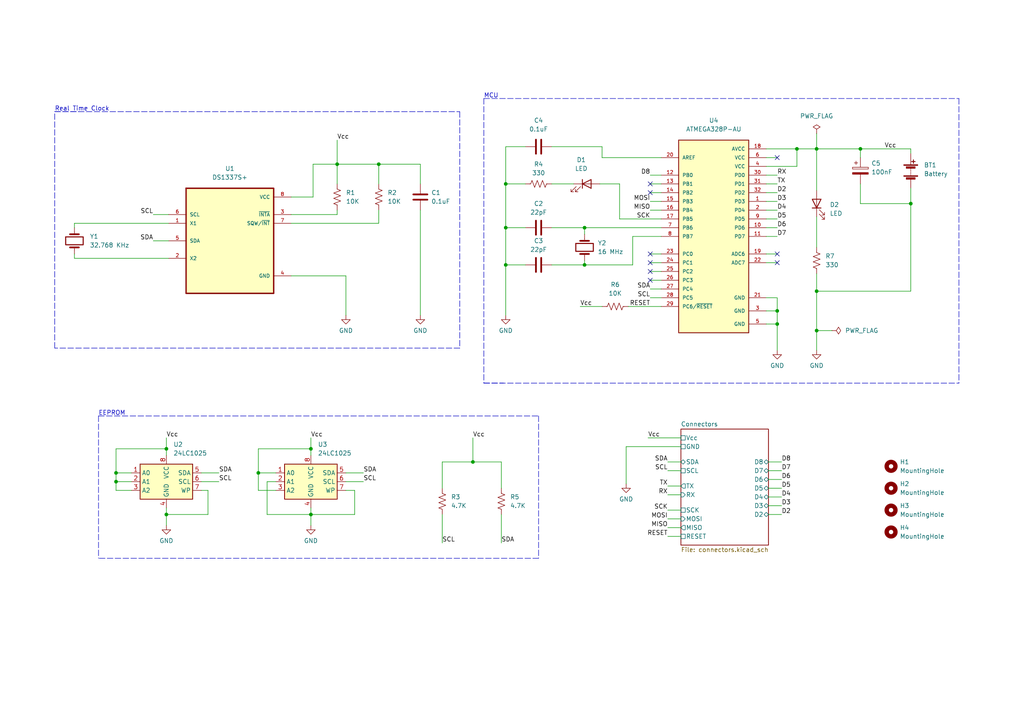
<source format=kicad_sch>
(kicad_sch (version 20211123) (generator eeschema)
  (paper "A4")
  (title_block (title "${project_name}") (date "2022-08-29") (rev "1") (comment 1 "Project #2, KiCad Like a Pro Udemy course") (comment 2 "MCU Datalogger with memory and clock") (comment 3 "github.com/raghavmarwah") (comment 4 "raghavmarwah.com"))
  (lib_symbols
    (symbol "ATMEGA328P-AU:ATMEGA328P-AU" (pin_names (offset 1.016))
      (property "Reference" "U4" (at 0 33.655 0))
      (property "Value" "ATMEGA328P-AU" (at 0 31.115 0))
      (symbol "ATMEGA328P-AU_0_0"
        (rectangle (start -10.16 -27.94) (end 10.16 27.94) (stroke (width 0.254)) (fill (type background)))
        (pin bidirectional line (at 15.24 10.16 180) (length 5.08) (name "PD3") (number "1"))
        (pin bidirectional line (at 15.24 2.54 180) (length 5.08) (name "PD6") (number "10"))
        (pin bidirectional line (at 15.24 0 180) (length 5.08) (name "PD7") (number "11"))
        (pin bidirectional line (at -15.24 17.78 0) (length 5.08) (name "PB0") (number "12"))
        (pin bidirectional line (at -15.24 15.24 0) (length 5.08) (name "PB1") (number "13"))
        (pin bidirectional line (at -15.24 12.7 0) (length 5.08) (name "PB2") (number "14"))
        (pin bidirectional line (at -15.24 10.16 0) (length 5.08) (name "PB3") (number "15"))
        (pin bidirectional line (at -15.24 7.62 0) (length 5.08) (name "PB4") (number "16"))
        (pin bidirectional line (at -15.24 5.08 0) (length 5.08) (name "PB5") (number "17"))
        (pin power_in line (at 15.24 25.4 180) (length 5.08) (name "AVCC") (number "18"))
        (pin bidirectional line (at 15.24 -5.08 180) (length 5.08) (name "ADC6") (number "19"))
        (pin bidirectional line (at 15.24 7.62 180) (length 5.08) (name "PD4") (number "2"))
        (pin input line (at -15.24 22.86 0) (length 5.08) (name "AREF") (number "20"))
        (pin power_in line (at 15.24 -17.78 180) (length 5.08) (name "GND") (number "21"))
        (pin bidirectional line (at 15.24 -7.62 180) (length 5.08) (name "ADC7") (number "22"))
        (pin bidirectional line (at -15.24 -5.08 0) (length 5.08) (name "PC0") (number "23"))
        (pin bidirectional line (at -15.24 -7.62 0) (length 5.08) (name "PC1") (number "24"))
        (pin bidirectional line (at -15.24 -10.16 0) (length 5.08) (name "PC2") (number "25"))
        (pin bidirectional line (at -15.24 -12.7 0) (length 5.08) (name "PC3") (number "26"))
        (pin bidirectional line (at -15.24 -15.24 0) (length 5.08) (name "PC4") (number "27"))
        (pin bidirectional line (at -15.24 -17.78 0) (length 5.08) (name "PC5") (number "28"))
        (pin bidirectional line (at -15.24 -20.32 0) (length 5.08) (name "PC6/~{RESET}") (number "29"))
        (pin power_in line (at 15.24 -21.59 180) (length 5.08) (name "GND") (number "3"))
        (pin bidirectional line (at 15.24 17.78 180) (length 5.08) (name "PD0") (number "30"))
        (pin bidirectional line (at 15.24 15.24 180) (length 5.08) (name "PD1") (number "31"))
        (pin bidirectional line (at 15.24 12.7 180) (length 5.08) (name "PD2") (number "32"))
        (pin power_in line (at 15.24 20.32 180) (length 5.08) (name "VCC") (number "4"))
        (pin power_in line (at 15.24 -25.4 180) (length 5.08) (name "GND") (number "5"))
        (pin power_in line (at 15.24 22.86 180) (length 5.08) (name "VCC") (number "6"))
        (pin bidirectional line (at -15.24 2.54 0) (length 5.08) (name "PB6") (number "7"))
        (pin bidirectional line (at -15.24 0 0) (length 5.08) (name "PB7") (number "8"))
        (pin bidirectional line (at 15.24 5.08 180) (length 5.08) (name "PD5") (number "9"))
      )
    )
    (symbol "DS1337S_:DS1337S+" (pin_names (offset 1.016))
      (property "Reference" "U" (at -12.7 16.2306 0))
      (property "Value" "DS1337S+" (at -12.7 -19.2278 0))
      (symbol "DS1337S+_0_0"
        (rectangle (start -12.7 -15.24) (end 12.7 15.24) (stroke (width 0.4064)) (fill (type background)))
        (pin input line (at -17.78 5.08 0) (length 5.08) (name "X1") (number "1"))
        (pin bidirectional line (at -17.78 -5.08 0) (length 5.08) (name "X2") (number "2"))
        (pin output line (at 17.78 7.62 180) (length 5.08) (name "~{INTA}") (number "3"))
        (pin power_in line (at 17.78 -10.16 180) (length 5.08) (name "GND") (number "4"))
        (pin bidirectional line (at -17.78 0 0) (length 5.08) (name "SDA") (number "5"))
        (pin input line (at -17.78 7.62 0) (length 5.08) (name "SCL") (number "6"))
        (pin output line (at 17.78 5.08 180) (length 5.08) (name "SQW/~{INT}") (number "7"))
        (pin power_in line (at 17.78 12.7 180) (length 5.08) (name "VCC") (number "8"))
      )
    )
    (symbol "Device:Battery" (pin_numbers hide) (pin_names (offset 0) hide)
      (property "Reference" "BT" (at 2.54 2.54 0))
      (property "Value" "Battery" (at 2.54 0 0))
      (symbol "Battery_0_1"
        (rectangle (start -2.032 -1.397) (end 2.032 -1.651) (fill (type outline)))
        (rectangle (start -2.032 1.778) (end 2.032 1.524) (fill (type outline)))
        (rectangle (start -1.3208 -1.9812) (end 1.27 -2.4892) (fill (type outline)))
        (rectangle (start -1.3208 1.1938) (end 1.27 0.6858) (fill (type outline)))
        (polyline (pts (xy 0 -1.524) (xy 0 -1.27)))
        (polyline (pts (xy 0 -1.016) (xy 0 -0.762)))
        (polyline (pts (xy 0 -0.508) (xy 0 -0.254)))
        (polyline (pts (xy 0 0) (xy 0 0.254)))
        (polyline (pts (xy 0 0.508) (xy 0 0.762)))
        (polyline (pts (xy 0 1.778) (xy 0 2.54)))
        (polyline (pts (xy 0.254 2.667) (xy 1.27 2.667)) (stroke (width 0.254)))
        (polyline (pts (xy 0.762 3.175) (xy 0.762 2.159)) (stroke (width 0.254)))
      )
      (symbol "Battery_1_1"
        (pin passive line (at 0 5.08 270) (length 2.54) (name "+") (number "1"))
        (pin passive line (at 0 -5.08 90) (length 2.54) (name "-") (number "2"))
      )
    )
    (symbol "Device:C" (pin_numbers hide) (pin_names (offset 0.254))
      (property "Reference" "C" (at 0.635 2.54 0))
      (property "Value" "C" (at 0.635 -2.54 0))
      (symbol "C_0_1"
        (polyline (pts (xy -2.032 -0.762) (xy 2.032 -0.762)) (stroke (width 0.508)))
        (polyline (pts (xy -2.032 0.762) (xy 2.032 0.762)) (stroke (width 0.508)))
      )
      (symbol "C_1_1"
        (pin passive line (at 0 3.81 270) (length 2.794) (name "~") (number "1"))
        (pin passive line (at 0 -3.81 90) (length 2.794) (name "~") (number "2"))
      )
    )
    (symbol "Device:C_Polarized" (pin_numbers hide) (pin_names (offset 0.254))
      (property "Reference" "C" (at 0.635 2.54 0))
      (property "Value" "C_Polarized" (at 0.635 -2.54 0))
      (symbol "C_Polarized_0_1"
        (rectangle (start -2.286 0.508) (end 2.286 1.016))
        (polyline (pts (xy -1.778 2.286) (xy -0.762 2.286)))
        (polyline (pts (xy -1.27 2.794) (xy -1.27 1.778)))
        (rectangle (start 2.286 -0.508) (end -2.286 -1.016) (fill (type outline)))
      )
      (symbol "C_Polarized_1_1"
        (pin passive line (at 0 3.81 270) (length 2.794) (name "~") (number "1"))
        (pin passive line (at 0 -3.81 90) (length 2.794) (name "~") (number "2"))
      )
    )
    (symbol "Device:Crystal" (pin_numbers hide) (pin_names (offset 1.016) hide)
      (property "Reference" "Y" (at 0 3.81 0))
      (property "Value" "Crystal" (at 0 -3.81 0))
      (symbol "Crystal_0_1"
        (rectangle (start -1.143 2.54) (end 1.143 -2.54) (stroke (width 0.3048)))
        (polyline (pts (xy -2.54 0) (xy -1.905 0)))
        (polyline (pts (xy -1.905 -1.27) (xy -1.905 1.27)) (stroke (width 0.508)))
        (polyline (pts (xy 1.905 -1.27) (xy 1.905 1.27)) (stroke (width 0.508)))
        (polyline (pts (xy 2.54 0) (xy 1.905 0)))
      )
      (symbol "Crystal_1_1"
        (pin passive line (at -3.81 0 0) (length 1.27) (name "1") (number "1"))
        (pin passive line (at 3.81 0 180) (length 1.27) (name "2") (number "2"))
      )
    )
    (symbol "Device:LED" (pin_numbers hide) (pin_names (offset 1.016) hide)
      (property "Reference" "D" (at 0 2.54 0))
      (property "Value" "LED" (at 0 -2.54 0))
      (symbol "LED_0_1"
        (polyline (pts (xy -1.27 -1.27) (xy -1.27 1.27)) (stroke (width 0.254)))
        (polyline (pts (xy -1.27 0) (xy 1.27 0)))
        (polyline (pts (xy 1.27 -1.27) (xy 1.27 1.27) (xy -1.27 0) (xy 1.27 -1.27)) (stroke (width 0.254)))
        (polyline (pts (xy -3.048 -0.762) (xy -4.572 -2.286) (xy -3.81 -2.286) (xy -4.572 -2.286) (xy -4.572 -1.524)))
        (polyline (pts (xy -1.778 -0.762) (xy -3.302 -2.286) (xy -2.54 -2.286) (xy -3.302 -2.286) (xy -3.302 -1.524)))
      )
      (symbol "LED_1_1"
        (pin passive line (at -3.81 0 0) (length 2.54) (name "K") (number "1"))
        (pin passive line (at 3.81 0 180) (length 2.54) (name "A") (number "2"))
      )
    )
    (symbol "Device:R_US" (pin_numbers hide) (pin_names (offset 0))
      (property "Reference" "R" (at 2.54 0 90))
      (property "Value" "R_US" (at -2.54 0 90))
      (symbol "R_US_0_1"
        (polyline (pts (xy 0 -2.286) (xy 0 -2.54)))
        (polyline (pts (xy 0 2.286) (xy 0 2.54)))
        (polyline (pts (xy 0 -0.762) (xy 1.016 -1.143) (xy 0 -1.524) (xy -1.016 -1.905) (xy 0 -2.286)))
        (polyline (pts (xy 0 0.762) (xy 1.016 0.381) (xy 0 0) (xy -1.016 -0.381) (xy 0 -0.762)))
        (polyline (pts (xy 0 2.286) (xy 1.016 1.905) (xy 0 1.524) (xy -1.016 1.143) (xy 0 0.762)))
      )
      (symbol "R_US_1_1"
        (pin passive line (at 0 3.81 270) (length 1.27) (name "~") (number "1"))
        (pin passive line (at 0 -3.81 90) (length 1.27) (name "~") (number "2"))
      )
    )
    (symbol "Mechanical:MountingHole" (pin_names (offset 1.016))
      (property "Reference" "H" (at 0 5.08 0))
      (property "Value" "MountingHole" (at 0 3.175 0))
      (symbol "MountingHole_0_1"
        (circle (center 0 0) (radius 1.27) (stroke (width 1.27)))
      )
    )
    (symbol "Memory_EEPROM:24LC1025"
      (property "Reference" "U" (at -6.35 6.35 0))
      (property "Value" "24LC1025" (at 1.27 6.35 0))
      (symbol "24LC1025_1_1"
        (rectangle (start -7.62 5.08) (end 7.62 -5.08) (stroke (width 0.254)) (fill (type background)))
        (pin input line (at -10.16 2.54 0) (length 2.54) (name "A0") (number "1"))
        (pin input line (at -10.16 0 0) (length 2.54) (name "A1") (number "2"))
        (pin input line (at -10.16 -2.54 0) (length 2.54) (name "A2") (number "3"))
        (pin power_in line (at 0 -7.62 90) (length 2.54) (name "GND") (number "4"))
        (pin bidirectional line (at 10.16 2.54 180) (length 2.54) (name "SDA") (number "5"))
        (pin input line (at 10.16 0 180) (length 2.54) (name "SCL") (number "6"))
        (pin input line (at 10.16 -2.54 180) (length 2.54) (name "WP") (number "7"))
        (pin power_in line (at 0 7.62 270) (length 2.54) (name "VCC") (number "8"))
      )
    )
    (symbol "power:GND" (power) (pin_names (offset 0))
      (property "Value" "GND" (at 0 -3.81 0))
      (symbol "GND_0_1"
        (polyline (pts (xy 0 0) (xy 0 -1.27) (xy 1.27 -1.27) (xy 0 -2.54) (xy -1.27 -1.27) (xy 0 -1.27)))
      )
      (symbol "GND_1_1"
        (pin power_in line (at 0 0 270) (length 0) hide (name "GND") (number "1"))
      )
    )
    (symbol "power:PWR_FLAG" (power) (pin_numbers hide) (pin_names (offset 0) hide)
      (property "Value" "PWR_FLAG" (at 0 3.81 0))
      (symbol "PWR_FLAG_0_0"
        (pin power_out line (at 0 0 90) (length 0) (name "pwr") (number "1"))
      )
      (symbol "PWR_FLAG_0_1"
        (polyline (pts (xy 0 0) (xy 0 1.27) (xy -1.016 1.905) (xy 0 2.54) (xy 1.016 1.905) (xy 0 1.27)))
      )
    )
  )
  (junction (at 231.14 43.18))
  (junction (at 249.555 43.18))
  (junction (at 225.425 90.17))
  (junction (at 225.425 93.98))
  (junction (at 146.685 76.835))
  (junction (at 169.545 76.835))
  (junction (at 146.685 53.34))
  (junction (at 236.855 95.885))
  (junction (at 48.26 149.225))
  (junction (at 48.26 130.175))
  (junction (at 169.545 66.04))
  (junction (at 236.855 43.18))
  (junction (at 90.17 149.225))
  (junction (at 109.855 47.625))
  (junction (at 146.685 66.04))
  (junction (at 264.16 59.055))
  (junction (at 137.16 133.985))
  (junction (at 90.17 130.175))
  (junction (at 97.79 47.625))
  (junction (at 33.655 139.7))
  (junction (at 74.93 137.16))
  (junction (at 33.655 137.16))
  (junction (at 236.855 84.455))
  (no_connect (at 188.595 55.88))
  (no_connect (at 188.595 53.34))
  (no_connect (at 225.425 73.66))
  (no_connect (at 225.425 76.2))
  (no_connect (at 188.595 73.66))
  (no_connect (at 188.595 76.2))
  (no_connect (at 188.595 78.74))
  (no_connect (at 188.595 81.28))
  (no_connect (at 225.425 45.72))
  (wire (pts (xy 74.93 130.175) (xy 90.17 130.175)))
  (wire (pts (xy 128.27 133.985) (xy 137.16 133.985)))
  (wire (pts (xy 222.25 53.34) (xy 225.425 53.34)))
  (wire (pts (xy 90.17 149.225) (xy 90.17 152.4)))
  (wire (pts (xy 222.25 76.2) (xy 225.425 76.2)))
  (wire (pts (xy 222.25 66.04) (xy 225.425 66.04)))
  (wire (pts (xy 100.33 139.7) (xy 105.41 139.7)))
  (wire (pts (xy 222.885 139.065) (xy 226.695 139.065)))
  (wire (pts (xy 249.555 43.18) (xy 236.855 43.18)))
  (wire (pts (xy 121.92 47.625) (xy 121.92 53.34)))
  (wire (pts (xy 191.77 66.04) (xy 169.545 66.04)))
  (wire (pts (xy 264.16 54.61) (xy 264.16 59.055)))
  (wire (pts (xy 222.25 73.66) (xy 225.425 73.66)))
  (wire (pts (xy 169.545 76.835) (xy 183.515 76.835)))
  (wire (pts (xy 160.02 66.04) (xy 169.545 66.04)))
  (wire (pts (xy 225.425 86.36) (xy 225.425 90.17)))
  (wire (pts (xy 21.59 64.77) (xy 48.895 64.77)))
  (wire (pts (xy 236.855 62.865) (xy 236.855 71.755)))
  (wire (pts (xy 100.33 80.01) (xy 100.33 91.44)))
  (wire (pts (xy 97.79 47.625) (xy 109.855 47.625)))
  (wire (pts (xy 109.855 47.625) (xy 121.92 47.625)))
  (wire (pts (xy 188.595 83.82) (xy 191.77 83.82)))
  (wire (pts (xy 197.485 129.54) (xy 181.61 129.54)))
  (wire (pts (xy 33.655 137.16) (xy 33.655 130.175)))
  (wire (pts (xy 236.855 43.18) (xy 236.855 55.245)))
  (wire (pts (xy 236.855 38.735) (xy 236.855 43.18)))
  (wire (pts (xy 152.4 66.04) (xy 146.685 66.04)))
  (wire (pts (xy 84.455 80.01) (xy 100.33 80.01)))
  (wire (pts (xy 146.685 42.545) (xy 146.685 53.34)))
  (wire (pts (xy 222.25 90.17) (xy 225.425 90.17)))
  (wire (pts (xy 193.675 133.985) (xy 197.485 133.985)))
  (wire (pts (xy 90.805 57.15) (xy 90.805 47.625)))
  (wire (pts (xy 222.25 50.8) (xy 225.425 50.8)))
  (wire (pts (xy 74.93 137.16) (xy 80.01 137.16)))
  (wire (pts (xy 33.655 130.175) (xy 48.26 130.175)))
  (wire (pts (xy 100.33 137.16) (xy 105.41 137.16)))
  (wire (pts (xy 264.16 84.455) (xy 236.855 84.455)))
  (wire (pts (xy 188.595 53.34) (xy 191.77 53.34)))
  (wire (pts (xy 90.17 127) (xy 90.17 130.175)))
  (wire (pts (xy 121.92 60.96) (xy 121.92 91.44)))
  (wire (pts (xy 231.14 43.18) (xy 222.25 43.18)))
  (polyline (pts (xy 15.875 32.385) (xy 133.35 32.385)))
  (wire (pts (xy 97.79 47.625) (xy 97.79 53.34)))
  (wire (pts (xy 145.415 149.225) (xy 145.415 157.48)))
  (wire (pts (xy 102.87 149.225) (xy 90.17 149.225)))
  (wire (pts (xy 188.595 50.8) (xy 191.77 50.8)))
  (wire (pts (xy 225.425 90.17) (xy 225.425 93.98)))
  (wire (pts (xy 193.675 155.575) (xy 197.485 155.575)))
  (wire (pts (xy 21.59 74.93) (xy 21.59 73.66)))
  (wire (pts (xy 168.275 88.9) (xy 174.625 88.9)))
  (wire (pts (xy 222.885 141.605) (xy 226.695 141.605)))
  (wire (pts (xy 264.16 44.45) (xy 264.16 43.18)))
  (wire (pts (xy 77.47 139.7) (xy 77.47 149.225)))
  (polyline (pts (xy 28.575 120.65) (xy 28.575 161.925)))
  (wire (pts (xy 188.595 78.74) (xy 191.77 78.74)))
  (wire (pts (xy 191.77 45.72) (xy 174.625 45.72)))
  (wire (pts (xy 222.25 86.36) (xy 225.425 86.36)))
  (wire (pts (xy 236.855 84.455) (xy 236.855 95.885)))
  (wire (pts (xy 48.26 127) (xy 48.26 130.175)))
  (wire (pts (xy 21.59 74.93) (xy 48.895 74.93)))
  (wire (pts (xy 33.655 137.16) (xy 33.655 139.7)))
  (wire (pts (xy 236.855 79.375) (xy 236.855 84.455)))
  (wire (pts (xy 188.595 58.42) (xy 191.77 58.42)))
  (wire (pts (xy 193.675 150.495) (xy 197.485 150.495)))
  (wire (pts (xy 84.455 62.23) (xy 97.79 62.23)))
  (wire (pts (xy 249.555 43.18) (xy 249.555 45.72)))
  (wire (pts (xy 174.625 42.545) (xy 160.02 42.545)))
  (wire (pts (xy 225.425 93.98) (xy 222.25 93.98)))
  (wire (pts (xy 58.42 137.16) (xy 63.5 137.16)))
  (wire (pts (xy 222.25 45.72) (xy 225.425 45.72)))
  (wire (pts (xy 236.855 43.18) (xy 231.14 43.18)))
  (wire (pts (xy 145.415 133.985) (xy 145.415 141.605)))
  (wire (pts (xy 128.27 149.225) (xy 128.27 157.48)))
  (wire (pts (xy 102.87 142.24) (xy 102.87 149.225)))
  (wire (pts (xy 193.675 143.51) (xy 197.485 143.51)))
  (wire (pts (xy 152.4 42.545) (xy 146.685 42.545)))
  (wire (pts (xy 222.25 55.88) (xy 225.425 55.88)))
  (wire (pts (xy 169.545 75.565) (xy 169.545 76.835)))
  (wire (pts (xy 137.16 127) (xy 137.16 133.985)))
  (polyline (pts (xy 133.35 32.385) (xy 133.35 100.965)))
  (polyline (pts (xy 133.35 100.965) (xy 15.875 100.965)))
  (wire (pts (xy 48.26 147.32) (xy 48.26 149.225)))
  (wire (pts (xy 84.455 57.15) (xy 90.805 57.15)))
  (wire (pts (xy 222.885 146.685) (xy 226.695 146.685)))
  (wire (pts (xy 48.26 130.175) (xy 48.26 132.08)))
  (polyline (pts (xy 28.575 120.65) (xy 156.21 120.65)))
  (wire (pts (xy 181.61 129.54) (xy 181.61 140.335)))
  (polyline (pts (xy 140.335 28.575) (xy 140.335 111.125)))
  (wire (pts (xy 222.25 48.26) (xy 231.14 48.26)))
  (wire (pts (xy 187.96 127) (xy 197.485 127)))
  (polyline (pts (xy 15.875 32.385) (xy 22.86 32.385)))
  (wire (pts (xy 193.675 153.035) (xy 197.485 153.035)))
  (wire (pts (xy 231.14 48.26) (xy 231.14 43.18)))
  (wire (pts (xy 188.595 60.96) (xy 191.77 60.96)))
  (wire (pts (xy 222.885 144.145) (xy 226.695 144.145)))
  (wire (pts (xy 249.555 59.055) (xy 264.16 59.055)))
  (wire (pts (xy 74.93 142.24) (xy 74.93 137.16)))
  (wire (pts (xy 188.595 76.2) (xy 191.77 76.2)))
  (wire (pts (xy 222.25 58.42) (xy 225.425 58.42)))
  (polyline (pts (xy 278.13 28.575) (xy 278.13 111.125)))
  (wire (pts (xy 249.555 53.34) (xy 249.555 59.055)))
  (wire (pts (xy 33.655 139.7) (xy 38.1 139.7)))
  (wire (pts (xy 146.685 76.835) (xy 152.4 76.835)))
  (wire (pts (xy 109.855 64.77) (xy 109.855 60.96)))
  (wire (pts (xy 183.515 68.58) (xy 183.515 76.835)))
  (wire (pts (xy 236.855 95.885) (xy 236.855 101.6)))
  (wire (pts (xy 188.595 86.36) (xy 191.77 86.36)))
  (wire (pts (xy 48.26 149.225) (xy 48.26 152.4)))
  (wire (pts (xy 174.625 45.72) (xy 174.625 42.545)))
  (wire (pts (xy 264.16 43.18) (xy 249.555 43.18)))
  (wire (pts (xy 97.79 40.64) (xy 97.79 47.625)))
  (wire (pts (xy 222.25 63.5) (xy 225.425 63.5)))
  (wire (pts (xy 160.02 53.34) (xy 166.37 53.34)))
  (wire (pts (xy 44.45 62.23) (xy 48.895 62.23)))
  (wire (pts (xy 264.16 59.055) (xy 264.16 84.455)))
  (wire (pts (xy 179.705 63.5) (xy 179.705 53.34)))
  (wire (pts (xy 146.685 66.04) (xy 146.685 76.835)))
  (polyline (pts (xy 15.875 100.965) (xy 15.875 32.385)))
  (wire (pts (xy 58.42 139.7) (xy 63.5 139.7)))
  (wire (pts (xy 84.455 64.77) (xy 109.855 64.77)))
  (wire (pts (xy 97.79 62.23) (xy 97.79 60.96)))
  (wire (pts (xy 191.77 63.5) (xy 179.705 63.5)))
  (wire (pts (xy 188.595 73.66) (xy 191.77 73.66)))
  (wire (pts (xy 179.705 53.34) (xy 173.99 53.34)))
  (wire (pts (xy 90.805 47.625) (xy 97.79 47.625)))
  (wire (pts (xy 146.685 76.835) (xy 146.685 91.44)))
  (wire (pts (xy 222.885 149.225) (xy 226.695 149.225)))
  (wire (pts (xy 137.16 133.985) (xy 145.415 133.985)))
  (wire (pts (xy 90.17 130.175) (xy 90.17 132.08)))
  (wire (pts (xy 128.27 141.605) (xy 128.27 133.985)))
  (wire (pts (xy 182.245 88.9) (xy 191.77 88.9)))
  (wire (pts (xy 100.33 142.24) (xy 102.87 142.24)))
  (wire (pts (xy 222.25 60.96) (xy 225.425 60.96)))
  (wire (pts (xy 60.325 142.24) (xy 60.325 149.225)))
  (wire (pts (xy 191.77 68.58) (xy 183.515 68.58)))
  (wire (pts (xy 236.855 95.885) (xy 241.3 95.885)))
  (wire (pts (xy 160.02 76.835) (xy 169.545 76.835)))
  (wire (pts (xy 188.595 81.28) (xy 191.77 81.28)))
  (wire (pts (xy 74.93 137.16) (xy 74.93 130.175)))
  (polyline (pts (xy 156.21 120.65) (xy 156.21 161.925)))
  (wire (pts (xy 188.595 55.88) (xy 191.77 55.88)))
  (wire (pts (xy 80.01 139.7) (xy 77.47 139.7)))
  (wire (pts (xy 193.675 140.97) (xy 197.485 140.97)))
  (wire (pts (xy 152.4 53.34) (xy 146.685 53.34)))
  (wire (pts (xy 222.885 136.525) (xy 226.695 136.525)))
  (wire (pts (xy 60.325 149.225) (xy 48.26 149.225)))
  (wire (pts (xy 80.01 142.24) (xy 74.93 142.24)))
  (wire (pts (xy 222.25 68.58) (xy 225.425 68.58)))
  (wire (pts (xy 109.855 53.34) (xy 109.855 47.625)))
  (wire (pts (xy 146.685 53.34) (xy 146.685 66.04)))
  (polyline (pts (xy 156.21 161.925) (xy 28.575 161.925)))
  (wire (pts (xy 21.59 64.77) (xy 21.59 66.04)))
  (wire (pts (xy 33.655 139.7) (xy 33.655 142.24)))
  (wire (pts (xy 193.675 136.525) (xy 197.485 136.525)))
  (wire (pts (xy 169.545 66.04) (xy 169.545 67.945)))
  (wire (pts (xy 77.47 149.225) (xy 90.17 149.225)))
  (wire (pts (xy 225.425 93.98) (xy 225.425 101.6)))
  (wire (pts (xy 222.885 133.985) (xy 226.695 133.985)))
  (wire (pts (xy 33.655 137.16) (xy 38.1 137.16)))
  (wire (pts (xy 193.675 147.955) (xy 197.485 147.955)))
  (polyline (pts (xy 140.335 111.125) (xy 146.05 111.125)))
  (wire (pts (xy 44.45 69.85) (xy 48.895 69.85)))
  (wire (pts (xy 90.17 147.32) (xy 90.17 149.225)))
  (polyline (pts (xy 140.335 28.575) (xy 278.13 28.575)))
  (polyline (pts (xy 140.335 111.125) (xy 278.13 111.125)))
  (wire (pts (xy 38.1 142.24) (xy 33.655 142.24)))
  (wire (pts (xy 58.42 142.24) (xy 60.325 142.24)))
  (text "EEPROM" (at 28.575 120.65 0) (effects (font (size 1.27 1.27)) (justify left bottom)))
  (text "MCU" (at 140.335 28.575 0) (effects (font (size 1.27 1.27)) (justify left bottom)))
  (text "Real Time Clock" (at 15.875 32.385 0) (effects (font (size 1.27 1.27)) (justify left bottom)))
  (label "SCK" (at 188.595 63.5 180))
  (label "SDA" (at 193.675 133.985 180))
  (label "SDA" (at 145.415 157.48 0))
  (label "D6" (at 225.425 66.04 0))
  (label "D5" (at 225.425 63.5 0))
  (label "RESET" (at 188.595 88.9 180))
  (label "D4" (at 226.695 144.145 0))
  (label "D4" (at 225.425 60.96 0))
  (label "SCL" (at 128.27 157.48 0))
  (label "D8" (at 226.695 133.985 0))
  (label "SDA" (at 105.41 137.16 0))
  (label "D7" (at 226.695 136.525 0))
  (label "Vcc" (at 256.54 43.18 0))
  (label "SCL" (at 188.595 86.36 180))
  (label "TX" (at 225.425 53.34 0))
  (label "SCL" (at 105.41 139.7 0))
  (label "MOSI" (at 188.595 58.42 180))
  (label "Vcc" (at 97.79 40.64 0))
  (label "RX" (at 193.675 143.51 180))
  (label "D7" (at 225.425 68.58 0))
  (label "D2" (at 225.425 55.88 0))
  (label "SCL" (at 63.5 139.7 0))
  (label "Vcc" (at 48.26 127 0))
  (label "SCL" (at 44.45 62.23 180))
  (label "SCL" (at 193.675 136.525 180))
  (label "SDA" (at 63.5 137.16 0))
  (label "MISO" (at 188.595 60.96 180))
  (label "SDA" (at 188.595 83.82 180))
  (label "D3" (at 225.425 58.42 0))
  (label "SDA" (at 44.45 69.85 180))
  (label "Vcc" (at 90.17 127 0))
  (label "D6" (at 226.695 139.065 0))
  (label "Vcc" (at 168.275 88.9 0))
  (label "D5" (at 226.695 141.605 0))
  (label "Vcc" (at 187.96 127 0))
  (label "RX" (at 225.425 50.8 0))
  (label "MISO" (at 193.675 153.035 180))
  (label "RESET" (at 193.675 155.575 180))
  (label "D2" (at 226.695 149.225 0))
  (label "D8" (at 188.595 50.8 180))
  (label "Vcc" (at 137.16 127 0))
  (label "D3" (at 226.695 146.685 0))
  (label "SCK" (at 193.675 147.955 180))
  (label "TX" (at 193.675 140.97 180))
  (label "MOSI" (at 193.675 150.495 180))
  (symbol (lib_id "Device:R_US") (at 145.415 145.415 0) (unit 1)
    (property "Reference" "R5" (at 147.955 144.1449 0) (effects (justify left)))
    (property "Value" "4.7K" (at 147.955 146.6849 0) (effects (justify left)))
    (property "Footprint" "Resistor_SMD:R_0805_2012Metric_Pad1.20x1.40mm_HandSolder" (effects hide))
  )
  (symbol (lib_id "Device:C") (at 121.92 57.15 0) (unit 1)
    (property "Reference" "C1" (at 125.095 55.8799 0) (effects (justify left)))
    (property "Value" "0.1uF" (at 125.095 58.4199 0) (effects (justify left)))
    (property "Footprint" "Capacitor_SMD:C_0805_2012Metric_Pad1.18x1.45mm_HandSolder" (effects hide))
  )
  (symbol (lib_id "Memory_EEPROM:24LC1025") (at 48.26 139.7 0) (unit 1)
    (property "Reference" "U2" (at 50.2794 128.905 0) (effects (justify left)))
    (property "Value" "24LC1025" (at 50.2794 131.445 0) (effects (justify left)))
    (property "Footprint" "Package_SO:SOIC-8_5.23x5.23mm_P1.27mm" (effects hide))
    (property "Datasheet" "http://ww1.microchip.com/downloads/en/DeviceDoc/21941B.pdf" (effects hide))
  )
  (symbol (lib_id "power:GND") (at 225.425 101.6 0) (unit 1)
    (property "Reference" "#PWR0106" (effects hide))
    (property "Value" "GND" (at 225.425 106.045 0))
  )
  (symbol (lib_id "power:PWR_FLAG") (at 236.855 38.735 0) (unit 1)
    (property "Reference" "#FLG0101" (effects hide))
    (property "Value" "PWR_FLAG" (at 236.855 33.655 0))
  )
  (symbol (lib_id "Device:LED") (at 170.18 53.34 0) (unit 1)
    (property "Reference" "D1" (at 168.5925 46.355 0))
    (property "Value" "LED" (at 168.5925 48.895 0))
    (property "Footprint" "LED_SMD:LED_0805_2012Metric_Pad1.15x1.40mm_HandSolder" (effects hide))
  )
  (symbol (lib_id "Device:R_US") (at 236.855 75.565 0) (unit 1)
    (property "Reference" "R7" (at 239.395 74.2949 0) (effects (justify left)))
    (property "Value" "330" (at 239.395 76.8349 0) (effects (justify left)))
    (property "Footprint" "Resistor_SMD:R_0805_2012Metric_Pad1.20x1.40mm_HandSolder" (effects hide))
  )
  (symbol (lib_id "power:GND") (at 121.92 91.44 0) (unit 1)
    (property "Reference" "#PWR0102" (effects hide))
    (property "Value" "GND" (at 121.92 95.885 0))
  )
  (symbol (lib_id "Mechanical:MountingHole") (at 258.445 147.955 0) (unit 1)
    (property "Reference" "H3" (at 260.985 146.6849 0) (effects (justify left)))
    (property "Value" "MountingHole" (at 260.985 149.2249 0) (effects (justify left)))
    (property "Footprint" "MountingHole:MountingHole_2.1mm" (effects hide))
  )
  (symbol (lib_id "DS1337S_:DS1337S+") (at 66.675 69.85 0) (unit 1)
    (property "Reference" "U1" (at 66.675 48.895 0))
    (property "Value" "DS1337S+" (at 66.675 51.435 0))
    (property "Footprint" "DS1337S_:SOIC127P600X175-8N" (effects hide))
  )
  (symbol (lib_id "Device:R_US") (at 156.21 53.34 90) (unit 1)
    (property "Reference" "R4" (at 156.21 47.625 90))
    (property "Value" "330" (at 156.21 50.165 90))
    (property "Footprint" "Resistor_SMD:R_0805_2012Metric_Pad1.20x1.40mm_HandSolder" (effects hide))
  )
  (symbol (lib_id "power:GND") (at 48.26 152.4 0) (unit 1)
    (property "Reference" "#PWR0105" (effects hide))
    (property "Value" "GND" (at 48.26 156.845 0))
  )
  (symbol (lib_id "Device:R_US") (at 97.79 57.15 0) (unit 1)
    (property "Reference" "R1" (at 100.33 55.8799 0) (effects (justify left)))
    (property "Value" "10K" (at 100.33 58.4199 0) (effects (justify left)))
    (property "Footprint" "Resistor_SMD:R_0805_2012Metric_Pad1.20x1.40mm_HandSolder" (effects hide))
  )
  (symbol (lib_id "Device:R_US") (at 109.855 57.15 0) (unit 1)
    (property "Reference" "R2" (at 112.395 55.8799 0) (effects (justify left)))
    (property "Value" "10K" (at 112.395 58.4199 0) (effects (justify left)))
    (property "Footprint" "Resistor_SMD:R_0805_2012Metric_Pad1.20x1.40mm_HandSolder" (effects hide))
  )
  (symbol (lib_id "Device:Crystal") (at 169.545 71.755 90) (unit 1)
    (property "Reference" "Y2" (at 173.355 70.4849 90) (effects (justify right)))
    (property "Value" "16 MHz" (at 173.355 73.0249 90) (effects (justify right)))
    (property "Footprint" "ABM2-32:XTAL_ABM2-32.000MHZ-D4YF-T" (effects hide))
  )
  (symbol (lib_id "ATMEGA328P-AU:ATMEGA328P-AU") (at 207.01 68.58 0) (unit 1)
    (property "Reference" "U4" (at 207.01 34.925 0))
    (property "Value" "ATMEGA328P-AU" (at 207.01 37.465 0))
    (property "Footprint" "ATMEGA328P-AU:QFP80P900X900X120-32N" (effects hide))
    (property "MANUFACTURER" "Atmel" (effects hide))
  )
  (symbol (lib_id "power:GND") (at 236.855 101.6 0) (unit 1)
    (property "Reference" "#PWR0107" (effects hide))
    (property "Value" "GND" (at 236.855 106.045 0))
  )
  (symbol (lib_id "Device:C") (at 156.21 76.835 90) (unit 1)
    (property "Reference" "C3" (at 156.21 69.85 90))
    (property "Value" "22pF" (at 156.21 72.39 90))
    (property "Footprint" "Capacitor_SMD:C_0805_2012Metric_Pad1.18x1.45mm_HandSolder" (effects hide))
  )
  (symbol (lib_id "Device:Battery") (at 264.16 49.53 0) (unit 1)
    (property "Reference" "BT1" (at 267.97 47.8789 0) (effects (justify left)))
    (property "Value" "Battery" (at 267.97 50.4189 0) (effects (justify left)))
    (property "Footprint" "Connector_PinHeader_2.54mm:PinHeader_1x02_P2.54mm_Vertical" (effects hide))
  )
  (symbol (lib_id "power:GND") (at 90.17 152.4 0) (unit 1)
    (property "Reference" "#PWR0104" (effects hide))
    (property "Value" "GND" (at 90.17 156.845 0))
  )
  (symbol (lib_id "Mechanical:MountingHole") (at 258.445 135.255 0) (unit 1)
    (property "Reference" "H1" (at 260.985 133.9849 0) (effects (justify left)))
    (property "Value" "MountingHole" (at 260.985 136.5249 0) (effects (justify left)))
    (property "Footprint" "MountingHole:MountingHole_2.1mm" (effects hide))
  )
  (symbol (lib_id "Device:C") (at 156.21 42.545 90) (unit 1)
    (property "Reference" "C4" (at 156.21 34.925 90))
    (property "Value" "0.1uF" (at 156.21 37.465 90))
    (property "Footprint" "Capacitor_SMD:C_0805_2012Metric_Pad1.18x1.45mm_HandSolder" (effects hide))
  )
  (symbol (lib_id "Mechanical:MountingHole") (at 258.445 141.605 0) (unit 1)
    (property "Reference" "H2" (at 260.985 140.3349 0) (effects (justify left)))
    (property "Value" "MountingHole" (at 260.985 142.8749 0) (effects (justify left)))
    (property "Footprint" "MountingHole:MountingHole_2.1mm" (effects hide))
  )
  (symbol (lib_id "power:PWR_FLAG") (at 241.3 95.885 270) (unit 1)
    (property "Reference" "#FLG0102" (effects hide))
    (property "Value" "PWR_FLAG" (at 245.11 95.8849 90) (effects (justify left)))
  )
  (symbol (lib_id "Device:C") (at 156.21 66.04 90) (unit 1)
    (property "Reference" "C2" (at 156.21 59.055 90))
    (property "Value" "22pF" (at 156.21 61.595 90))
    (property "Footprint" "Capacitor_SMD:C_0805_2012Metric_Pad1.18x1.45mm_HandSolder" (effects hide))
  )
  (symbol (lib_id "Device:R_US") (at 128.27 145.415 0) (unit 1)
    (property "Reference" "R3" (at 130.81 144.1449 0) (effects (justify left)))
    (property "Value" "4.7K" (at 130.81 146.6849 0) (effects (justify left)))
    (property "Footprint" "Resistor_SMD:R_0805_2012Metric_Pad1.20x1.40mm_HandSolder" (effects hide))
  )
  (symbol (lib_id "Device:C_Polarized") (at 249.555 49.53 0) (unit 1)
    (property "Reference" "C5" (at 252.73 47.3709 0) (effects (justify left)))
    (property "Value" "100nF" (at 252.73 49.9109 0) (effects (justify left)))
    (property "Footprint" "Capacitor_SMD:C_0805_2012Metric_Pad1.18x1.45mm_HandSolder" (effects hide))
  )
  (symbol (lib_id "power:GND") (at 181.61 140.335 0) (unit 1)
    (property "Reference" "#PWR0108" (effects hide))
    (property "Value" "GND" (at 181.61 144.78 0))
  )
  (symbol (lib_id "Device:Crystal") (at 21.59 69.85 270) (unit 1)
    (property "Reference" "Y1" (at 26.035 68.5799 90) (effects (justify left)))
    (property "Value" "32.768 KHz" (at 26.035 71.1199 90) (effects (justify left)))
    (property "Footprint" "ABM2-32:XTAL_ABM2-32.000MHZ-D4YF-T" (effects hide))
  )
  (symbol (lib_id "Mechanical:MountingHole") (at 258.445 154.305 0) (unit 1)
    (property "Reference" "H4" (at 260.985 153.0349 0) (effects (justify left)))
    (property "Value" "MountingHole" (at 260.985 155.5749 0) (effects (justify left)))
    (property "Footprint" "MountingHole:MountingHole_2.1mm" (effects hide))
  )
  (symbol (lib_id "Device:LED") (at 236.855 59.055 90) (unit 1)
    (property "Reference" "D2" (at 240.665 59.3724 90) (effects (justify right)))
    (property "Value" "LED" (at 240.665 61.9124 90) (effects (justify right)))
    (property "Footprint" "LED_SMD:LED_0805_2012Metric_Pad1.15x1.40mm_HandSolder" (effects hide))
  )
  (symbol (lib_id "power:GND") (at 146.685 91.44 0) (unit 1)
    (property "Reference" "#PWR0101" (effects hide))
    (property "Value" "GND" (at 146.685 95.885 0))
  )
  (symbol (lib_id "power:GND") (at 100.33 91.44 0) (unit 1)
    (property "Reference" "#PWR0103" (effects hide))
    (property "Value" "GND" (at 100.33 95.885 0))
  )
  (symbol (lib_id "Device:R_US") (at 178.435 88.9 90) (unit 1)
    (property "Reference" "R6" (at 178.435 82.55 90))
    (property "Value" "10K" (at 178.435 85.09 90))
    (property "Footprint" "Resistor_SMD:R_0805_2012Metric_Pad1.20x1.40mm_HandSolder" (effects hide))
  )
  (symbol (lib_id "Memory_EEPROM:24LC1025") (at 90.17 139.7 0) (unit 1)
    (property "Reference" "U3" (at 92.1894 128.905 0) (effects (justify left)))
    (property "Value" "24LC1025" (at 92.1894 131.445 0) (effects (justify left)))
    (property "Footprint" "Package_SO:SOIC-8_5.23x5.23mm_P1.27mm" (effects hide))
    (property "Datasheet" "http://ww1.microchip.com/downloads/en/DeviceDoc/21941B.pdf" (effects hide))
  )
  (sheet (at 197.485 124.46) (size 25.4 33.655) (stroke (width 0.1524))
    (property "Sheet name" "Connectors" (at 197.485 123.7484 0) (effects (justify left bottom)))
    (property "Sheet file" "connectors.kicad_sch" (at 197.485 158.6996 0) (effects (justify left top)))
    (pin "D7" bidirectional (at 222.885 136.525 0))
    (pin "GND" passive (at 197.485 129.54 180))
    (pin "Vcc" passive (at 197.485 127 180))
    (pin "D8" bidirectional (at 222.885 133.985 0))
    (pin "D3" bidirectional (at 222.885 146.685 0))
    (pin "D2" bidirectional (at 222.885 149.225 0))
    (pin "D6" bidirectional (at 222.885 139.065 0))
    (pin "SCK" passive (at 197.485 147.955 180))
    (pin "RESET" passive (at 197.485 155.575 180))
    (pin "MISO" output (at 197.485 153.035 180))
    (pin "D5" bidirectional (at 222.885 141.605 0))
    (pin "TX" output (at 197.485 140.97 180))
    (pin "RX" input (at 197.485 143.51 180))
    (pin "SDA" bidirectional (at 197.485 133.985 180))
    (pin "D4" bidirectional (at 222.885 144.145 0))
    (pin "MOSI" input (at 197.485 150.495 180))
    (pin "SCL" passive (at 197.485 136.525 180))
  )
)
</source>
